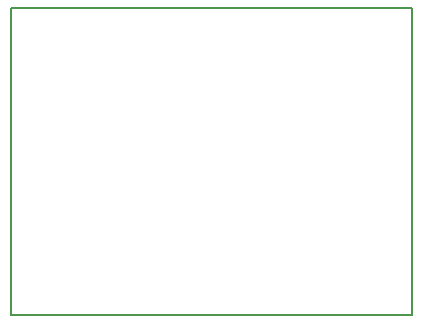
<source format=gbr>
G04 DipTrace 3.3.1.3*
G04 BoardOutline.gbr*
%MOMM*%
G04 #@! TF.FileFunction,Profile*
G04 #@! TF.Part,Single*
%ADD11C,0.14*%
%FSLAX35Y35*%
G04*
G71*
G90*
G75*
G01*
G04 BoardOutline*
%LPD*%
X600000Y0D2*
D11*
X4000000D1*
Y2600000D1*
X600000D1*
Y0D1*
M02*

</source>
